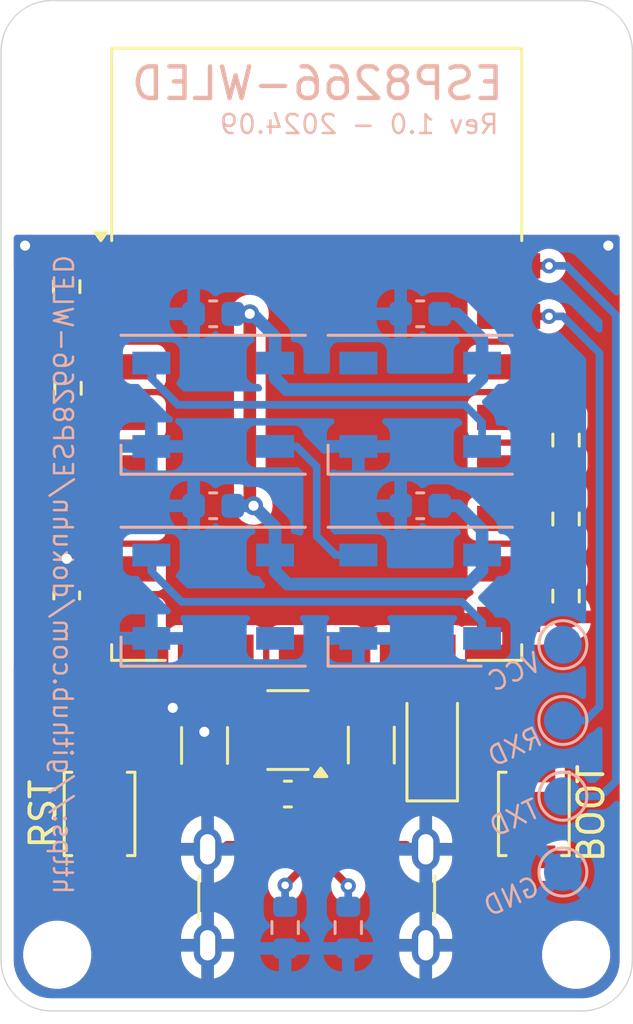
<source format=kicad_pcb>
(kicad_pcb (version 20240108) (generator "pcbnew") (generator_version "8.0")
  (layers (0 "F.Cu" signal) (31 "B.Cu" signal) (34 "B.Paste" user) (35 "F.Paste" user) (36 "B.SilkS" user "B.Silkscreen") (37 "F.SilkS" user "F.Silkscreen") (38 "B.Mask" user) (39 "F.Mask" user) (44 "Edge.Cuts" user))
  (net 0 "")
  (net 1 "+5V")
  (net 3 "Net-(D1-DOUT)")
  (net 4 "Net-(D2-DOUT)")
  (net 5 "Net-(D3-DOUT)")
  (net 6 "Net-(U1-GPIO2)")
  (net 7 "Net-(U1-GPIO15)")
  (net 8 "Net-(U1-GPIO0)")
  (net 9 "Net-(U1-EN)")
  (net 10 "Net-(U1-~{RST})")
  (net 13 "+3V3")
  (net 17 "/RXD")
  (net 18 "GND")
  (net 20 "/TXD")
  (net 29 "Net-(U2-BP)")
  (net 30 "Net-(D5-A)")
  (net 31 "Net-(J1-CC2)")
  (net 32 "Net-(J1-CC1)")
  (footprint "RF_Module:ESP-12E" (layer "F.Cu") (at 142.5 98)
    (property "Reference" "U1" (hide yes))
    (property "Value" "ESP-12F")
    (fp_line (start -8.12 -12.12) (end 8.12 -12.12) (stroke (width 0.12)) (layer "F.SilkS"))
    (fp_line (start -8.12 -4.5) (end -8.12 -12.12) (stroke (width 0.12)) (layer "F.SilkS"))
    (fp_line (start -8.12 12.12) (end -8.12 11.5) (stroke (width 0.12)) (layer "F.SilkS"))
    (fp_line (start -6 12.12) (end -8.12 12.12) (stroke (width 0.12)) (layer "F.SilkS"))
    (fp_line (start 8.12 -12.12) (end 8.12 -4.5) (stroke (width 0.12)) (layer "F.SilkS"))
    (fp_line (start 8.12 11.5) (end 8.12 12.12) (stroke (width 0.12)) (layer "F.SilkS"))
    (fp_line (start 8.12 12.12) (end 6 12.12) (stroke (width 0.12)) (layer "F.SilkS"))
    (fp_poly (pts (xy -8.55 -4.5) (xy -8.79 -4.836) (xy -8.31 -4.836) (xy -8.55 -4.5)) (stroke (width 0.12)) (fill solid) (layer "F.SilkS"))
    (pad "1" smd rect (at -7.6 -3.5) (size 2.5 1) (layers "F.Cu" "F.Paste" "F.Mask") (net 10 "Net-(U1-~{RST})"))
    (pad "2" smd rect (at -7.6 -1.5) (size 2.5 1) (layers "F.Cu" "F.Paste" "F.Mask"))
    (pad "3" smd rect (at -7.6 0.5) (size 2.5 1) (layers "F.Cu" "F.Paste" "F.Mask") (net 9 "Net-(U1-EN)"))
    (pad "4" smd rect (at -7.6 2.5) (size 2.5 1) (layers "F.Cu" "F.Paste" "F.Mask"))
    (pad "5" smd rect (at -7.6 4.5) (size 2.5 1) (layers "F.Cu" "F.Paste" "F.Mask"))
    (pad "6" smd rect (at -7.6 6.5) (size 2.5 1) (layers "F.Cu" "F.Paste" "F.Mask"))
    (pad "7" smd rect (at -7.6 8.5) (size 2.5 1) (layers "F.Cu" "F.Paste" "F.Mask"))
    (pad "8" smd rect (at -7.6 10.5) (size 2.5 1) (layers "F.Cu" "F.Paste" "F.Mask") (net 13 "+3V3"))
    (pad "9" smd rect (at -5 12) (size 1 1.8) (layers "F.Cu" "F.Paste" "F.Mask"))
    (pad "10" smd rect (at -3 12) (size 1 1.8) (layers "F.Cu" "F.Paste" "F.Mask"))
    (pad "11" smd rect (at -1 12) (size 1 1.8) (layers "F.Cu" "F.Paste" "F.Mask"))
    (pad "12" smd rect (at 1 12) (size 1 1.8) (layers "F.Cu" "F.Paste" "F.Mask"))
    (pad "13" smd rect (at 3 12) (size 1 1.8) (layers "F.Cu" "F.Paste" "F.Mask"))
    (pad "14" smd rect (at 5 12) (size 1 1.8) (layers "F.Cu" "F.Paste" "F.Mask"))
    (pad "15" smd rect (at 7.6 10.5) (size 2.5 1) (layers "F.Cu" "F.Paste" "F.Mask") (net 18 "GND"))
    (pad "16" smd rect (at 7.6 8.5) (size 2.5 1) (layers "F.Cu" "F.Paste" "F.Mask") (net 7 "Net-(U1-GPIO15)"))
    (pad "17" smd rect (at 7.6 6.5) (size 2.5 1) (layers "F.Cu" "F.Paste" "F.Mask") (net 6 "Net-(U1-GPIO2)"))
    (pad "18" smd rect (at 7.6 4.5) (size 2.5 1) (layers "F.Cu" "F.Paste" "F.Mask") (net 8 "Net-(U1-GPIO0)"))
    (pad "19" smd rect (at 7.6 2.5) (size 2.5 1) (layers "F.Cu" "F.Paste" "F.Mask"))
    (pad "20" smd rect (at 7.6 0.5) (size 2.5 1) (layers "F.Cu" "F.Paste" "F.Mask"))
    (pad "21" smd rect (at 7.6 -1.5) (size 2.5 1) (layers "F.Cu" "F.Paste" "F.Mask") (net 17 "/RXD"))
    (pad "22" smd rect (at 7.6 -3.5) (size 2.5 1) (layers "F.Cu" "F.Paste" "F.Mask") (net 20 "/TXD"))
    (zone (net 0) (net_name "") (layers "*.Cu") (connect_pads (clearance 0)) (min_thickness 0.254)
      (keepout (tracks not_allowed) (vias not_allowed) (pads not_allowed) (copperpour not_allowed) (footprints not_allowed))
      (fill (thermal_gap 0.508) (thermal_bridge_width 0.508))
      (polygon (pts (xy 134.38 93.2) (xy 150.62 93.2) (xy 150.62 85.88) (xy 134.38 85.88)))
    )
  )
  (footprint "MountingHole:MountingHole_2.2mm_M2_DIN965" (layer "F.Cu") (at 132.225 86.225)
    (property "Reference" "REF**" (hide yes))
    (property "Value" "MountingHole_2.2mm_M2_DIN965" (hide yes))
    (pad "" np_thru_hole circle (at 0 0) (size 2.2 2.2) (drill 2.2) (layers "F&B.Cu" "*.Mask"))
  )
  (footprint "MountingHole:MountingHole_2.2mm_M2_DIN965" (layer "F.Cu") (at 152.775 121.775)
    (property "Reference" "REF**" (hide yes))
    (property "Value" "MountingHole_2.2mm_M2_DIN965" (hide yes))
    (pad "" np_thru_hole circle (at 0 0) (size 2.2 2.2) (drill 2.2) (layers "*.Cu" "*.Mask"))
  )
  (footprint "MountingHole:MountingHole_2.2mm_M2_DIN965" (layer "F.Cu") (at 152.775 86.225)
    (property "Reference" "REF**" (hide yes))
    (property "Value" "MountingHole_2.2mm_M2_DIN965" (hide yes))
    (pad "" np_thru_hole circle (at 0 0) (size 2.2 2.2) (drill 2.2) (layers "F&B.Cu" "*.Mask"))
  )
  (footprint "Diode_SMD:D_SOD-123F" (layer "F.Cu") (at 147.075 113.475 90)
    (property "Reference" "D5" (hide yes))
    (property "Value" "MBR120VLSFT1G" (hide yes))
    (fp_line (start -2.21 -1) (end 1.65 -1) (stroke (width 0.12)) (layer "F.SilkS"))
    (fp_line (start -2.21 -1) (end -2.21 1) (stroke (width 0.12)) (layer "F.SilkS"))
    (fp_line (start -2.21 1) (end 1.65 1) (stroke (width 0.12)) (layer "F.SilkS"))
    (pad "1" smd roundrect (at -1.4 0 90) (size 1.1 1.1) (layers "F.Cu" "F.Paste" "F.Mask") (roundrect_rratio 0.2272727273) (net 1 "+5V"))
    (pad "2" smd roundrect (at 1.4 0 90) (size 1.1 1.1) (layers "F.Cu" "F.Paste" "F.Mask") (roundrect_rratio 0.2272727273) (net 30 "Net-(D5-A)"))
  )
  (footprint "Capacitor_SMD:C_1206_3216Metric" (layer "F.Cu") (at 138.058 113.4891 90)
    (property "Reference" "C7" (hide yes))
    (property "Value" "10u" (hide yes))
    (fp_line (start -0.711252 -0.91) (end 0.711252 -0.91) (stroke (width 0.12)) (layer "F.SilkS"))
    (fp_line (start -0.711252 0.91) (end 0.711252 0.91) (stroke (width 0.12)) (layer "F.SilkS"))
    (pad "1" smd roundrect (at -1.475 0 90) (size 1.15 1.8) (layers "F.Cu" "F.Paste" "F.Mask") (roundrect_rratio 0.217391) (net 13 "+3V3"))
    (pad "2" smd roundrect (at 1.475 0 90) (size 1.15 1.8) (layers "F.Cu" "F.Paste" "F.Mask") (roundrect_rratio 0.217391) (net 18 "GND"))
  )
  (footprint "Button_Switch_SMD:SW_SPST_B3U-1000P" (layer "F.Cu") (at 133.9 116.2 90)
    (property "Reference" "SW2" (hide yes))
    (property "Value" "SW_Push" (hide yes))
    (fp_line (start 1.65 -1.4) (end 1.65 -1.1) (stroke (width 0.12)) (layer "F.SilkS"))
    (fp_line (start -1.65 -1.4) (end 1.65 -1.4) (stroke (width 0.12)) (layer "F.SilkS"))
    (fp_line (start -1.65 -1.1) (end -1.65 -1.4) (stroke (width 0.12)) (layer "F.SilkS"))
    (fp_line (start -1.65 1.1) (end -1.65 1.4) (stroke (width 0.12)) (layer "F.SilkS"))
    (fp_line (start 1.65 1.4) (end 1.65 1.1) (stroke (width 0.12)) (layer "F.SilkS"))
    (fp_line (start -1.65 1.4) (end 1.65 1.4) (stroke (width 0.12)) (layer "F.SilkS"))
    (pad "1" smd rect (at -1.7 0 90) (size 0.9 1.7) (layers "F.Cu" "F.Paste" "F.Mask") (net 18 "GND"))
    (pad "2" smd rect (at 1.7 0 90) (size 0.9 1.7) (layers "F.Cu" "F.Paste" "F.Mask") (net 10 "Net-(U1-~{RST})"))
  )
  (footprint "Resistor_SMD:R_0603_1608Metric" (layer "F.Cu") (at 132.65 99.35 90)
    (property "Reference" "R2" (hide yes))
    (property "Value" "10K" (hide yes))
    (fp_line (start -0.237258 -0.5225) (end 0.237258 -0.5225) (stroke (width 0.12)) (layer "F.SilkS"))
    (fp_line (start -0.237258 0.5225) (end 0.237258 0.5225) (stroke (width 0.12)) (layer "F.SilkS"))
    (pad "1" smd roundrect (at -0.825 0 90) (size 0.8 0.95) (layers "F.Cu" "F.Paste" "F.Mask") (net 13 "+3V3"))
    (pad "2" smd roundrect (at 0.825 0 90) (size 0.8 0.95) (layers "F.Cu" "F.Paste" "F.Mask") (net 9 "Net-(U1-EN)"))
  )
  (footprint "Resistor_SMD:R_0603_1608Metric" (layer "F.Cu") (at 152.375 107.575 -90)
    (property "Reference" "R5" (hide yes))
    (property "Value" "10K" (hide yes))
    (fp_line (start -0.237258 0.5225) (end 0.237258 0.5225) (stroke (width 0.12)) (layer "F.SilkS"))
    (fp_line (start -0.237258 -0.5225) (end 0.237258 -0.5225) (stroke (width 0.12)) (layer "F.SilkS"))
    (pad "1" smd roundrect (at -0.825 0 270) (size 0.8 0.95) (layers "F.Cu" "F.Paste" "F.Mask") (net 7 "Net-(U1-GPIO15)"))
    (pad "2" smd roundrect (at 0.825 0 270) (size 0.8 0.95) (layers "F.Cu" "F.Paste" "F.Mask") (net 18 "GND"))
  )
  (footprint "Capacitor_SMD:C_0603_1608Metric" (layer "F.Cu") (at 132.6 107.55 90)
    (property "Reference" "C1" (hide yes))
    (property "Value" "100nF" (hide yes))
    (fp_line (start -0.14058 -0.51) (end 0.14058 -0.51) (stroke (width 0.12)) (layer "F.SilkS"))
    (fp_line (start -0.14058 0.51) (end 0.14058 0.51) (stroke (width 0.12)) (layer "F.SilkS"))
    (pad "1" smd roundrect (at -0.775 0 90) (size 0.9 0.95) (layers "F.Cu" "F.Paste" "F.Mask") (net 13 "+3V3"))
    (pad "2" smd roundrect (at 0.775 0 90) (size 0.9 0.95) (layers "F.Cu" "F.Paste" "F.Mask") (net 18 "GND"))
  )
  (footprint "Button_Switch_SMD:SW_SPST_B3U-1000P" (layer "F.Cu") (at 151.1 116.2 90)
    (property "Reference" "SW1" (hide yes))
    (property "Value" "SW_Push" (hide yes))
    (fp_line (start 1.65 -1.4) (end 1.65 -1.1) (stroke (width 0.12)) (layer "F.SilkS"))
    (fp_line (start -1.65 -1.4) (end 1.65 -1.4) (stroke (width 0.12)) (layer "F.SilkS"))
    (fp_line (start -1.65 -1.1) (end -1.65 -1.4) (stroke (width 0.12)) (layer "F.SilkS"))
    (fp_line (start -1.65 1.1) (end -1.65 1.4) (stroke (width 0.12)) (layer "F.SilkS"))
    (fp_line (start 1.65 1.4) (end 1.65 1.1) (stroke (width 0.12)) (layer "F.SilkS"))
    (fp_line (start -1.65 1.4) (end 1.65 1.4) (stroke (width 0.12)) (layer "F.SilkS"))
    (pad "1" smd rect (at -1.7 0 90) (size 0.9 1.7) (layers "F.Cu" "F.Paste" "F.Mask") (net 18 "GND"))
    (pad "2" smd rect (at 1.7 0 90) (size 0.9 1.7) (layers "F.Cu" "F.Paste" "F.Mask") (net 8 "Net-(U1-GPIO0)"))
  )
  (footprint "MountingHole:MountingHole_2.2mm_M2_DIN965" (layer "F.Cu") (at 132.225 121.775)
    (property "Reference" "REF**" (hide yes))
    (property "Value" "MountingHole_2.2mm_M2_DIN965" (hide yes))
    (pad "" np_thru_hole circle (at 0 0) (size 2.2 2.2) (drill 2.2) (layers "F&B.Cu" "*.Mask"))
  )
  (footprint "Resistor_SMD:R_0603_1608Metric" (layer "F.Cu") (at 152.375 104.525 90)
    (property "Reference" "R4" (hide yes))
    (property "Value" "10K" (hide yes))
    (fp_line (start -0.237258 -0.5225) (end 0.237258 -0.5225) (stroke (width 0.12)) (layer "F.SilkS"))
    (fp_line (start -0.237258 0.5225) (end 0.237258 0.5225) (stroke (width 0.12)) (layer "F.SilkS"))
    (pad "1" smd roundrect (at -0.825 0 90) (size 0.8 0.95) (layers "F.Cu" "F.Paste" "F.Mask") (net 13 "+3V3"))
    (pad "2" smd roundrect (at 0.825 0 90) (size 0.8 0.95) (layers "F.Cu" "F.Paste" "F.Mask") (net 6 "Net-(U1-GPIO2)"))
  )
  (footprint "Resistor_SMD:R_0603_1608Metric" (layer "F.Cu") (at 132.6 95.325 90)
    (property "Reference" "R1" (hide yes))
    (property "Value" "10K" (hide yes))
    (fp_line (start -0.237258 -0.5225) (end 0.237258 -0.5225) (stroke (width 0.12)) (layer "F.SilkS"))
    (fp_line (start -0.237258 0.5225) (end 0.237258 0.5225) (stroke (width 0.12)) (layer "F.SilkS"))
    (pad "1" smd roundrect (at -0.825 0 90) (size 0.8 0.95) (layers "F.Cu" "F.Paste" "F.Mask") (net 13 "+3V3"))
    (pad "2" smd roundrect (at 0.825 0 90) (size 0.8 0.95) (layers "F.Cu" "F.Paste" "F.Mask") (net 10 "Net-(U1-~{RST})"))
  )
  (footprint "Package_TO_SOT_SMD:SOT-23-5" (layer "F.Cu") (at 141.36 112.8795 180)
    (property "Reference" "U2" (hide yes))
    (property "Value" "MIC5219-3.3YM5" (hide yes))
    (fp_line (start 0 1.56) (end 0.8 1.56) (stroke (width 0.12)) (layer "F.SilkS"))
    (fp_line (start 0 1.56) (end -0.8 1.56) (stroke (width 0.12)) (layer "F.SilkS"))
    (fp_line (start 0 -1.56) (end 0.8 -1.56) (stroke (width 0.12)) (layer "F.SilkS"))
    (fp_line (start 0 -1.56) (end -0.8 -1.56) (stroke (width 0.12)) (layer "F.SilkS"))
    (fp_poly (pts (xy -1.3 -1.51) (xy -1.54 -1.84) (xy -1.06 -1.84) (xy -1.3 -1.51)) (stroke (width 0.12)) (fill solid) (layer "F.SilkS"))
    (pad "1" smd roundrect (at -1.1375 -0.95 180) (size 1.325 0.6) (layers "F.Cu" "F.Paste" "F.Mask") (net 1 "+5V"))
    (pad "2" smd roundrect (at -1.1375 0 180) (size 1.325 0.6) (layers "F.Cu" "F.Paste" "F.Mask") (net 18 "GND"))
    (pad "3" smd roundrect (at -1.1375 0.95 180) (size 1.325 0.6) (layers "F.Cu" "F.Paste" "F.Mask") (net 1 "+5V"))
    (pad "4" smd roundrect (at 1.1375 0.95 180) (size 1.325 0.6) (layers "F.Cu" "F.Paste" "F.Mask") (net 29 "Net-(U2-BP)"))
    (pad "5" smd roundrect (at 1.1375 -0.95 180) (size 1.325 0.6) (layers "F.Cu" "F.Paste" "F.Mask") (net 13 "+3V3"))
  )
  (footprint "Capacitor_SMD:C_1206_3216Metric" (layer "F.Cu") (at 144.662 113.475 90)
    (property "Reference" "C6" (hide yes))
    (property "Value" "10u" (hide yes))
    (fp_line (start -0.711252 -0.91) (end 0.711252 -0.91) (stroke (width 0.12)) (layer "F.SilkS"))
    (fp_line (start -0.711252 0.91) (end 0.711252 0.91) (stroke (width 0.12)) (layer "F.SilkS"))
    (pad "1" smd roundrect (at -1.475 0 90) (size 1.15 1.8) (layers "F.Cu" "F.Paste" "F.Mask") (roundrect_rratio 0.217391) (net 1 "+5V"))
    (pad "2" smd roundrect (at 1.475 0 90) (size 1.15 1.8) (layers "F.Cu" "F.Paste" "F.Mask") (roundrect_rratio 0.217391) (net 18 "GND"))
  )
  (footprint "Capacitor_SMD:C_0603_1608Metric" (layer "F.Cu") (at 141.358 115.4141)
    (property "Reference" "C8" (hide yes))
    (property "Value" "470pF" (hide yes))
    (fp_line (start -0.14058 -0.51) (end 0.14058 -0.51) (stroke (width 0.12)) (layer "F.SilkS"))
    (fp_line (start -0.14058 0.51) (end 0.14058 0.51) (stroke (width 0.12)) (layer "F.SilkS"))
    (pad "1" smd roundrect (at -0.775 0) (size 0.9 0.95) (layers "F.Cu" "F.Paste" "F.Mask") (net 29 "Net-(U2-BP)"))
    (pad "2" smd roundrect (at 0.775 0) (size 0.9 0.95) (layers "F.Cu" "F.Paste" "F.Mask") (net 18 "GND"))
  )
  (footprint "Connector_USB:USB_C_Receptacle_GCT_USB4125-xx-x-0190_6P_TopMnt_Horizontal" (layer "F.Cu") (at 142.5 120.6)
    (property "Reference" "J1" (hide yes))
    (property "Value" "USB_C_Receptacle_USB2.0_14P" (hide yes))
    (fp_line (start -4.67 -0.25) (end -4.67 -1.95) (stroke (width 0.12)) (layer "F.SilkS"))
    (fp_line (start 4.67 -0.25) (end 4.67 -1.95) (stroke (width 0.12)) (layer "F.SilkS"))
    (pad "A5" smd roundrect (at -0.5 -3.08) (size 0.7 1.2) (layers "F.Cu" "F.Paste" "F.Mask") (net 32 "Net-(J1-CC1)"))
    (pad "A9" smd roundrect (at 1.52 -3.08 180) (size 0.76 1.2) (layers "F.Cu" "F.Paste" "F.Mask") (net 30 "Net-(D5-A)"))
    (pad "A12" smd roundrect (at 2.75 -3.08 180) (size 0.8 1.2) (layers "F.Cu" "F.Paste" "F.Mask") (net 18 "GND"))
    (pad "B5" smd roundrect (at 0.5 -3.08 180) (size 0.7 1.2) (layers "F.Cu" "F.Paste" "F.Mask") (net 31 "Net-(J1-CC2)"))
    (pad "B9" smd roundrect (at -1.52 -3.08) (size 0.76 1.2) (layers "F.Cu" "F.Paste" "F.Mask") (net 30 "Net-(D5-A)"))
    (pad "B12" smd roundrect (at -2.75 -3.08) (size 0.8 1.2) (layers "F.Cu" "F.Paste" "F.Mask") (net 18 "GND"))
    (pad "S1" thru_hole oval (at -4.32 -3) (size 1.1 1.7) (drill oval 0.6 1.2) (layers "*.Cu" "*.Mask" "F.Paste") (net 18 "GND"))
    (pad "S1" thru_hole oval (at -4.32 0.8) (size 1.1 1.7) (drill oval 0.6 1.2) (layers "*.Cu" "*.Mask" "F.Paste") (net 18 "GND"))
    (pad "S1" thru_hole oval (at 4.32 -3) (size 1.1 1.7) (drill oval 0.6 1.2) (layers "*.Cu" "*.Mask" "F.Paste") (net 18 "GND"))
    (pad "S1" thru_hole oval (at 4.32 0.8) (size 1.1 1.7) (drill oval 0.6 1.2) (layers "*.Cu" "*.Mask" "F.Paste") (net 18 "GND"))
  )
  (footprint "Resistor_SMD:R_0603_1608Metric" (layer "F.Cu") (at 152.375 101.4 -90)
    (property "Reference" "R3" (hide yes))
    (property "Value" "10K" (hide yes))
    (fp_line (start -0.237258 0.5225) (end 0.237258 0.5225) (stroke (width 0.12)) (layer "F.SilkS"))
    (fp_line (start -0.237258 -0.5225) (end 0.237258 -0.5225) (stroke (width 0.12)) (layer "F.SilkS"))
    (pad "1" smd roundrect (at -0.825 0 270) (size 0.8 0.95) (layers "F.Cu" "F.Paste" "F.Mask") (net 13 "+3V3"))
    (pad "2" smd roundrect (at 0.825 0 270) (size 0.8 0.95) (layers "F.Cu" "F.Paste" "F.Mask") (net 8 "Net-(U1-GPIO0)"))
  )
  (footprint "TestPoint:TestPoint_Pad_D1.5mm" (layer "B.Cu") (at 152.25 115.5 180)
    (property "Reference" "J4" (hide yes))
    (property "Value" "Conn_01x01_Socket" (hide yes))
    (fp_circle (center 0 0) (end 0 -0.95) (stroke (width 0.12)) (fill none) (layer "B.SilkS"))
    (pad "1" smd circle (at 0 0 180) (size 1.5 1.5) (layers "B.Cu" "B.Mask") (net 20 "/TXD"))
  )
  (footprint "LED_SMD:LED_WS2812B_PLCC4_5.0x5.0mm_P3.2mm" (layer "B.Cu") (at 146.6 107.6 180)
    (property "Reference" "D3" (hide yes))
    (property "Value" "WS2812B" (hide yes))
    (fp_line (start 3.65 2.75) (end -3.65 2.75) (stroke (width 0.12)) (layer "B.SilkS"))
    (fp_line (start 3.65 -1.6) (end 3.65 -2.75) (stroke (width 0.12)) (layer "B.SilkS"))
    (fp_line (start 3.65 -2.75) (end -2.413 -2.75) (stroke (width 0.12)) (layer "B.SilkS"))
    (pad "1" smd rect (at -2.45 1.65 180) (size 1.5 0.9) (layers "B.Cu" "B.Paste" "B.Mask") (net 1 "+5V"))
    (pad "2" smd rect (at -2.45 -1.65 180) (size 1.5 0.9) (layers "B.Cu" "B.Paste" "B.Mask") (net 5 "Net-(D3-DOUT)"))
    (pad "3" smd rect (at 2.45 -1.65 180) (size 1.5 0.9) (layers "B.Cu" "B.Paste" "B.Mask") (net 18 "GND"))
    (pad "4" smd rect (at 2.45 1.65 180) (size 1.5 0.9) (layers "B.Cu" "B.Paste" "B.Mask") (net 4 "Net-(D2-DOUT)"))
  )
  (footprint "TestPoint:TestPoint_Pad_D1.5mm" (layer "B.Cu") (at 152.25 109.5 180)
    (property "Reference" "J2" (hide yes))
    (property "Value" "Conn_01x01_Socket" (hide yes))
    (fp_circle (center 0 0) (end 0 -0.95) (stroke (width 0.12)) (fill none) (layer "B.SilkS"))
    (pad "1" smd circle (at 0 0 180) (size 1.5 1.5) (layers "B.Cu" "B.Mask") (net 13 "+3V3"))
  )
  (footprint "TestPoint:TestPoint_Pad_D1.5mm" (layer "B.Cu") (at 152.25 112.5 180)
    (property "Reference" "J3" (hide yes))
    (property "Value" "Conn_01x01_Socket" (hide yes))
    (fp_circle (center 0 0) (end 0 -0.95) (stroke (width 0.12)) (fill none) (layer "B.SilkS"))
    (pad "1" smd circle (at 0 0 180) (size 1.5 1.5) (layers "B.Cu" "B.Mask") (net 17 "/RXD"))
  )
  (footprint "Capacitor_SMD:C_0603_1608Metric" (layer "B.Cu") (at 146.6 104 180)
    (property "Reference" "C3" (hide yes))
    (property "Value" "100nF" (hide yes))
    (fp_line (start 0.14058 0.51) (end -0.14058 0.51) (stroke (width 0.12)) (layer "B.SilkS"))
    (fp_line (start 0.14058 -0.51) (end -0.14058 -0.51) (stroke (width 0.12)) (layer "B.SilkS"))
    (pad "1" smd roundrect (at -0.775 0 180) (size 0.9 0.95) (layers "B.Cu" "B.Paste" "B.Mask") (net 1 "+5V"))
    (pad "2" smd roundrect (at 0.775 0 180) (size 0.9 0.95) (layers "B.Cu" "B.Paste" "B.Mask") (net 18 "GND"))
  )
  (footprint "Resistor_SMD:R_0603_1608Metric" (layer "B.Cu") (at 141.25 120.7 -90)
    (property "Reference" "R6" (hide yes))
    (property "Value" "5k1" (hide yes))
    (fp_line (start 0.237258 0.5225) (end -0.237258 0.5225) (stroke (width 0.12)) (layer "B.SilkS"))
    (fp_line (start 0.237258 -0.5225) (end -0.237258 -0.5225) (stroke (width 0.12)) (layer "B.SilkS"))
    (pad "1" smd roundrect (at -0.825 0 270) (size 0.8 0.95) (layers "B.Cu" "B.Paste" "B.Mask") (net 32 "Net-(J1-CC1)"))
    (pad "2" smd roundrect (at 0.825 0 270) (size 0.8 0.95) (layers "B.Cu" "B.Paste" "B.Mask") (net 18 "GND"))
  )
  (footprint "LED_SMD:LED_WS2812B_PLCC4_5.0x5.0mm_P3.2mm" (layer "B.Cu") (at 138.4 100 180)
    (property "Reference" "D2" (hide yes))
    (property "Value" "WS2812B" (hide yes))
    (fp_line (start 3.65 2.75) (end -3.65 2.75) (stroke (width 0.12)) (layer "B.SilkS"))
    (fp_line (start 3.65 -1.6) (end 3.65 -2.75) (stroke (width 0.12)) (layer "B.SilkS"))
    (fp_line (start 3.65 -2.75) (end -3.65 -2.75) (stroke (width 0.12)) (layer "B.SilkS"))
    (pad "1" smd rect (at -2.450001 1.65 180) (size 1.5 0.9) (layers "B.Cu" "B.Paste" "B.Mask") (net 1 "+5V"))
    (pad "2" smd rect (at -2.45 -1.65 180) (size 1.5 0.9) (layers "B.Cu" "B.Paste" "B.Mask") (net 4 "Net-(D2-DOUT)"))
    (pad "3" smd rect (at 2.450001 -1.65 180) (size 1.5 0.9) (layers "B.Cu" "B.Paste" "B.Mask") (net 18 "GND"))
    (pad "4" smd rect (at 2.45 1.65 180) (size 1.5 0.9) (layers "B.Cu" "B.Paste" "B.Mask") (net 3 "Net-(D1-DOUT)"))
  )
  (footprint "LED_SMD:LED_WS2812B_PLCC4_5.0x5.0mm_P3.2mm" (layer "B.Cu") (at 146.6 100 180)
    (property "Reference" "D1" (hide yes))
    (property "Value" "WS2812B" (hide yes))
    (fp_line (start 3.65 2.75) (end -3.65 2.75) (stroke (width 0.12)) (layer "B.SilkS"))
    (fp_line (start 3.65 -1.6) (end 3.65 -2.75) (stroke (width 0.12)) (layer "B.SilkS"))
    (fp_line (start 3.65 -2.75) (end -3.65 -2.75) (stroke (width 0.12)) (layer "B.SilkS"))
    (pad "1" smd rect (at -2.45 1.65 180) (size 1.5 0.9) (layers "B.Cu" "B.Paste" "B.Mask") (net 1 "+5V"))
    (pad "2" smd rect (at -2.45 -1.65 180) (size 1.5 0.9) (layers "B.Cu" "B.Paste" "B.Mask") (net 3 "Net-(D1-DOUT)"))
    (pad "3" smd rect (at 2.45 -1.65 180) (size 1.5 0.9) (layers "B.Cu" "B.Paste" "B.Mask") (net 18 "GND"))
    (pad "4" smd rect (at 2.45 1.65 180) (size 1.5 0.9) (layers "B.Cu" "B.Paste" "B.Mask"))
  )
  (footprint "LED_SMD:LED_WS2812B_PLCC4_5.0x5.0mm_P3.2mm" (layer "B.Cu") (at 138.4 107.6 180)
    (property "Reference" "D4" (hide yes))
    (property "Value" "WS2812B" (hide yes))
    (fp_line (start 3.65 2.75) (end -3.65 2.75) (stroke (width 0.12)) (layer "B.SilkS"))
    (fp_line (start 3.65 -1.6) (end 3.65 -2.75) (stroke (width 0.12)) (layer "B.SilkS"))
    (fp_line (start 3.65 -2.75) (end -3.65 -2.75) (stroke (width 0.12)) (layer "B.SilkS"))
    (pad "1" smd rect (at -2.45 1.65 180) (size 1.5 0.9) (layers "B.Cu" "B.Paste" "B.Mask") (net 1 "+5V"))
    (pad "2" smd rect (at -2.45 -1.65 180) (size 1.5 0.9) (layers "B.Cu" "B.Paste" "B.Mask"))
    (pad "3" smd rect (at 2.45 -1.65 180) (size 1.5 0.9) (layers "B.Cu" "B.Paste" "B.Mask") (net 18 "GND"))
    (pad "4" smd rect (at 2.45 1.65 180) (size 1.5 0.9) (layers "B.Cu" "B.Paste" "B.Mask") (net 5 "Net-(D3-DOUT)"))
  )
  (footprint "TestPoint:TestPoint_Pad_D1.5mm" (layer "B.Cu") (at 152.25 118.5 180)
    (property "Reference" "J5" (hide yes))
    (property "Value" "Conn_01x01_Socket" (hide yes))
    (fp_circle (center 0 0) (end 0 -0.95) (stroke (width 0.12)) (fill none) (layer "B.SilkS"))
    (pad "1" smd circle (at 0 0 180) (size 1.5 1.5) (layers "B.Cu" "B.Mask") (net 18 "GND"))
  )
  (footprint "Capacitor_SMD:C_0603_1608Metric" (layer "B.Cu") (at 138.4 96.4 180)
    (property "Reference" "C5" (hide yes))
    (property "Value" "100nF" (hide yes))
    (fp_line (start 0.14058 0.51) (end -0.14058 0.51) (stroke (width 0.12)) (layer "B.SilkS"))
    (fp_line (start 0.14058 -0.51) (end -0.14058 -0.51) (stroke (width 0.12)) (layer "B.SilkS"))
    (pad "1" smd roundrect (at -0.775 0 180) (size 0.9 0.95) (layers "B.Cu" "B.Paste" "B.Mask") (net 1 "+5V"))
    (pad "2" smd roundrect (at 0.775 0 180) (size 0.9 0.95) (layers "B.Cu" "B.Paste" "B.Mask") (net 18 "GND"))
  )
  (footprint "Capacitor_SMD:C_0603_1608Metric" (layer "B.Cu") (at 146.6 96.4 180)
    (property "Reference" "C2" (hide yes))
    (property "Value" "100nF" (hide yes))
    (fp_line (start 0.14058 0.51) (end -0.14058 0.51) (stroke (width 0.12)) (layer "B.SilkS"))
    (fp_line (start 0.14058 -0.51) (end -0.14058 -0.51) (stroke (width 0.12)) (layer "B.SilkS"))
    (pad "1" smd roundrect (at -0.775 0 180) (size 0.9 0.95) (layers "B.Cu" "B.Paste" "B.Mask") (net 1 "+5V"))
    (pad "2" smd roundrect (at 0.775 0 180) (size 0.9 0.95) (layers "B.Cu" "B.Paste" "B.Mask") (net 18 "GND"))
  )
  (footprint "Resistor_SMD:R_0603_1608Metric" (layer "B.Cu") (at 143.75 120.7 -90)
    (property "Reference" "R7" (hide yes))
    (property "Value" "5k1" (hide yes))
    (fp_line (start 0.237258 0.5225) (end -0.237258 0.5225) (stroke (width 0.12)) (layer "B.SilkS"))
    (fp_line (start 0.237258 -0.5225) (end -0.237258 -0.5225) (stroke (width 0.12)) (layer "B.SilkS"))
    (pad "1" smd roundrect (at -0.825 0 270) (size 0.8 0.95) (layers "B.Cu" "B.Paste" "B.Mask") (net 31 "Net-(J1-CC2)"))
    (pad "2" smd roundrect (at 0.825 0 270) (size 0.8 0.95) (layers "B.Cu" "B.Paste" "B.Mask") (net 18 "GND"))
  )
  (footprint "Capacitor_SMD:C_0603_1608Metric" (layer "B.Cu") (at 138.4 104 180)
    (property "Reference" "C4" (hide yes))
    (property "Value" "100nF" (hide yes))
    (fp_line (start 0.14058 0.51) (end -0.14058 0.51) (stroke (width 0.12)) (layer "B.SilkS"))
    (fp_line (start 0.14058 -0.51) (end -0.14058 -0.51) (stroke (width 0.12)) (layer "B.SilkS"))
    (pad "1" smd roundrect (at -0.775 0 180) (size 0.9 0.95) (layers "B.Cu" "B.Paste" "B.Mask") (net 1 "+5V"))
    (pad "2" smd roundrect (at 0.775 0 180) (size 0.9 0.95) (layers "B.Cu" "B.Paste" "B.Mask") (net 18 "GND"))
  )
  (gr_line (start 155 86) (end 155 122) (stroke (width 0.05)) (layer "Edge.Cuts"))
  (gr_arc (start 153 84) (mid 154.414214 84.585786) (end 155 86) (stroke (width 0.05)) (layer "Edge.Cuts"))
  (gr_arc (start 130 86) (mid 130.585786 84.585786) (end 132 84) (stroke (width 0.05)) (layer "Edge.Cuts"))
  (gr_line (start 130 122) (end 130 86) (stroke (width 0.05)) (layer "Edge.Cuts"))
  (gr_arc (start 155 122) (mid 154.414214 123.414214) (end 153 124) (stroke (width 0.05)) (layer "Edge.Cuts"))
  (gr_line (start 153 124) (end 132 124) (stroke (width 0.05)) (layer "Edge.Cuts"))
  (gr_arc (start 132 124) (mid 130.585786 123.414214) (end 130 122) (stroke (width 0.05)) (layer "Edge.Cuts"))
  (gr_line (start 132 84) (end 153 84) (stroke (width 0.05)) (layer "Edge.Cuts"))
  (gr_text "Rev 1.0 - 2024.09" (at 149.7698 89.3362 0) (layer "B.SilkS") (effects (font (size 0.75 0.75) (thickness 0.1)) (justify left bottom mirror)))
  (gr_text "TXD" (at 151.5 116.3 25) (layer "B.SilkS") (effects (font (size 0.75 0.75) (thickness 0.1)) (justify left bottom mirror)))
  (gr_text "https://github.com/dokuhn/ESP8266-WLED" (at 132 119.45 270) (layer "B.SilkS") (effects (font (size 0.75 0.75) (thickness 0.1)) (justify left bottom mirror)))
  (gr_text "ESP8266-WLED" (at 142.5308 88.0154 0) (layer "B.SilkS") (effects (font (size 1.25 1.25) (thickness 0.175)) (justify bottom mirror)))
  (gr_text "VCC" (at 151.55 110.5 25) (layer "B.SilkS") (effects (font (size 0.75 0.75) (thickness 0.1)) (justify left bottom mirror)))
  (gr_text "GND" (at 151.5 119.35 25) (layer "B.SilkS") (effects (font (size 0.75 0.75) (thickness 0.1)) (justify left bottom mirror)))
  (gr_text "RXD" (at 151.6 113.45 25) (layer "B.SilkS") (effects (font (size 0.75 0.75) (thickness 0.1)) (justify left bottom mirror)))
  (gr_text "RST" (at 132.25 116.2 90) (layer "F.SilkS") (effects (font (size 1 1)) (justify bottom)))
  (gr_text "BOOT" (at 153.95 118.2 90) (layer "F.SilkS") (effects (font (size 1 1)) (justify left bottom)))
  (segment (start 139.85 103.85) (end 139.85 96.4) (width 0.5) (layer "F.Cu") (net 1))
  (segment (start 140 104) (end 139.85 103.85) (width 0.5) (layer "F.Cu") (net 1))
  (segment (start 144.737 114.875) (end 144.662 114.95) (width 0.5) (layer "F.Cu") (net 1))
  (segment (start 142.4975 113.8295) (end 144.2295 113.8295) (width 0.5) (layer "F.Cu") (net 1))
  (segment (start 147.075 114.875) (end 144.737 114.875) (width 0.5) (layer "F.Cu") (net 1))
  (segment (start 144.662 114.262) (end 144.662 114.95) (width 0.5) (layer "F.Cu") (net 1))
  (segment (start 144.2295 113.8295) (end 144.662 114.262) (width 0.5) (layer "F.Cu") (net 1))
  (via (at 139.85 96.4) (size 0.75) (drill 0.4) (layers "F.Cu" "B.Cu") (net 1))
  (via (at 140 104) (size 0.75) (drill 0.4) (layers "F.Cu" "B.Cu") (net 1))
  (segment (start 149.05 104.95) (end 149.05 105.95) (width 0.5) (layer "B.Cu") (net 1))
  (segment (start 140.850001 97.300001) (end 140.850001 98.35) (width 0.5) (layer "B.Cu") (net 1))
  (segment (start 140.85 104.85) (end 140.85 105.95) (width 0.5) (layer "B.Cu") (net 1))
  (segment (start 149.05 105.95) (end 149.05 106.55) (width 0.5) (layer "B.Cu") (net 1))
  (segment (start 139.175 104) (end 140 104) (width 0.5) (layer "B.Cu") (net 1))
  (segment (start 141.35 107.1) (end 140.85 106.6) (width 0.5) (layer "B.Cu") (net 1))
  (segment (start 148.1 104) (end 149.05 104.95) (width 0.5) (layer "B.Cu") (net 1))
  (segment (start 148.5 107.1) (end 141.35 107.1) (width 0.5) (layer "B.Cu") (net 1))
  (segment (start 139.95 96.4) (end 140.850001 97.300001) (width 0.5) (layer "B.Cu") (net 1))
  (segment (start 140.850001 98.950001) (end 140.850001 98.35) (width 0.5) (layer "B.Cu") (net 1))
  (segment (start 147.375 104) (end 148.1 104) (width 0.5) (layer "B.Cu") (net 1))
  (segment (start 141.3 99.4) (end 140.850001 98.950001) (width 0.5) (layer "B.Cu") (net 1))
  (segment (start 149.05 98.35) (end 149.05 98.95) (width 0.5) (layer "B.Cu") (net 1))
  (segment (start 149.05 106.55) (end 148.5 107.1) (width 0.5) (layer "B.Cu") (net 1))
  (segment (start 149.05 98.95) (end 148.6 99.4) (width 0.5) (layer "B.Cu") (net 1))
  (segment (start 140 104) (end 140.85 104.85) (width 0.5) (layer "B.Cu") (net 1))
  (segment (start 148.6 99.4) (end 141.3 99.4) (width 0.5) (layer "B.Cu") (net 1))
  (segment (start 147.375 96.4) (end 148.05 96.4) (width 0.5) (layer "B.Cu") (net 1))
  (segment (start 148.05 96.4) (end 149.05 97.4) (width 0.5) (layer "B.Cu") (net 1))
  (segment (start 139.85 96.4) (end 139.95 96.4) (width 0.5) (layer "B.Cu") (net 1))
  (segment (start 140.85 106.6) (end 140.85 105.95) (width 0.5) (layer "B.Cu") (net 1))
  (segment (start 139.175 96.4) (end 139.85 96.4) (width 0.5) (layer "B.Cu") (net 1))
  (segment (start 149.05 97.4) (end 149.05 98.35) (width 0.5) (layer "B.Cu") (net 1))
  (segment (start 135.95 98.95) (end 135.95 98.35) (width 0.3048) (layer "B.Cu") (net 3))
  (segment (start 148.3524 100.0024) (end 137.0024 100.0024) (width 0.3048) (layer "B.Cu") (net 3))
  (segment (start 149.05 101.65) (end 149.05 100.7) (width 0.3048) (layer "B.Cu") (net 3))
  (segment (start 149.05 100.7) (end 148.3524 100.0024) (width 0.3048) (layer "B.Cu") (net 3))
  (segment (start 137.0024 100.0024) (end 135.95 98.95) (width 0.3048) (layer "B.Cu") (net 3))
  (segment (start 143.25 105.95) (end 142.5 105.2) (width 0.3048) (layer "B.Cu") (net 4))
  (segment (start 142.5 105.2) (end 142.5 102.45) (width 0.3048) (layer "B.Cu") (net 4))
  (segment (start 142.5 102.45) (end 141.7 101.65) (width 0.3048) (layer "B.Cu") (net 4))
  (segment (start 144.15 105.95) (end 143.25 105.95) (width 0.3048) (layer "B.Cu") (net 4))
  (segment (start 141.7 101.65) (end 140.85 101.65) (width 0.3048) (layer "B.Cu") (net 4))
  (segment (start 149.05 108.6) (end 148.25 107.8) (width 0.3048) (layer "B.Cu") (net 5))
  (segment (start 137.15 107.8) (end 135.95 106.6) (width 0.3048) (layer "B.Cu") (net 5))
  (segment (start 148.25 107.8) (end 137.15 107.8) (width 0.3048) (layer "B.Cu") (net 5))
  (segment (start 149.05 109.25) (end 149.05 108.6) (width 0.3048) (layer "B.Cu") (net 5))
  (segment (start 135.95 106.6) (end 135.95 105.95) (width 0.3048) (layer "B.Cu") (net 5))
  (segment (start 152.025 103.7) (end 152.375 103.7) (width 0.3048) (layer "F.Cu") (net 6))
  (segment (start 150.1 104.5) (end 151.225 104.5) (width 0.3048) (layer "F.Cu") (net 6))
  (segment (start 151.225 104.5) (end 152.025 103.7) (width 0.3048) (layer "F.Cu") (net 6))
  (segment (start 151.5 106.5) (end 150.1 106.5) (width 0.3048) (layer "F.Cu") (net 7))
  (segment (start 151.75 106.75) (end 151.5 106.5) (width 0.3048) (layer "F.Cu") (net 7))
  (segment (start 152.375 106.75) (end 151.75 106.75) (width 0.3048) (layer "F.Cu") (net 7))
  (segment (start 150.1 102.5) (end 151.45 102.5) (width 0.3048) (layer "F.Cu") (net 8))
  (segment (start 151.725 102.225) (end 152.375 102.225) (width 0.3048) (layer "F.Cu") (net 8))
  (segment (start 151.45 102.5) (end 151.725 102.225) (width 0.3048) (layer "F.Cu") (net 8))
  (segment (start 132.65 98.525) (end 134.875 98.525) (width 0.3048) (layer "F.Cu") (net 9))
  (segment (start 134.875 98.525) (end 134.9 98.5) (width 0.3048) (layer "F.Cu") (net 9))
  (segment (start 131.55 94.5) (end 132.6 94.5) (width 0.3048) (layer "F.Cu") (net 10))
  (segment (start 133.9 112.8) (end 130.85 109.75) (width 0.3048) (layer "F.Cu") (net 10))
  (segment (start 133.9 114.5) (end 133.9 112.8) (width 0.3048) (layer "F.Cu") (net 10))
  (segment (start 132.6 94.5) (end 134.9 94.5) (width 0.3048) (layer "F.Cu") (net 10))
  (segment (start 130.85 109.75) (end 130.85 95.2) (width 0.3048) (layer "F.Cu") (net 10))
  (segment (start 130.85 95.2) (end 131.55 94.5) (width 0.3048) (layer "F.Cu") (net 10))
  (segment (start 131.575 108.325) (end 131.5 108.25) (width 0.5) (layer "F.Cu") (net 13))
  (segment (start 132.65 100.175) (end 131.525 100.175) (width 0.5) (layer "F.Cu") (net 13))
  (segment (start 134.8 108.4) (end 134.9 108.5) (width 0.5) (layer "F.Cu") (net 13))
  (segment (start 131.5 96.4) (end 131.5 100.15) (width 0.5) (layer "F.Cu") (net 13))
  (segment (start 132.6 108.325) (end 131.575 108.325) (width 0.5) (layer "F.Cu") (net 13))
  (segment (start 132.6 108.325) (end 132.675 108.4) (width 0.5) (layer "F.Cu") (net 13))
  (segment (start 138.058 114.442) (end 138.058 114.9641) (width 0.5) (layer "F.Cu") (net 13))
  (segment (start 131.525 100.175) (end 131.5 100.15) (width 0.5) (layer "F.Cu") (net 13))
  (segment (start 137.0141 114.9641) (end 131.5 109.45) (width 0.5) (layer "F.Cu") (net 13))
  (segment (start 138.058 114.9641) (end 138.058 114.742) (width 0.5) (layer "F.Cu") (net 13))
  (segment (start 132.675 108.4) (end 134.8 108.4) (width 0.5) (layer "F.Cu") (net 13))
  (segment (start 140.2225 113.8295) (end 138.6705 113.8295) (width 0.5) (layer "F.Cu") (net 13))
  (segment (start 131.5 108.25) (end 131.5 100.15) (width 0.5) (layer "F.Cu") (net 13))
  (segment (start 131.75 96.15) (end 131.5 96.4) (width 0.5) (layer "F.Cu") (net 13))
  (segment (start 138.058 114.9641) (end 137.0141 114.9641) (width 0.5) (layer "F.Cu") (net 13))
  (segment (start 138.6705 113.8295) (end 138.058 114.442) (width 0.5) (layer "F.Cu") (net 13))
  (segment (start 131.5 109.45) (end 131.5 108.25) (width 0.5) (layer "F.Cu") (net 13))
  (segment (start 132.6 96.15) (end 131.75 96.15) (width 0.5) (layer "F.Cu") (net 13))
  (segment (start 150.1 96.5) (end 151.7 96.5) (width 0.3048) (layer "F.Cu") (net 17))
  (via (at 151.7 96.5) (size 0.6) (drill 0.3) (layers "F.Cu" "B.Cu") (net 17))
  (segment (start 152.25 96.5) (end 153.7 97.95) (width 0.3048) (layer "B.Cu") (net 17))
  (segment (start 151.7 96.5) (end 152.25 96.5) (width 0.3048) (layer "B.Cu") (net 17))
  (segment (start 153.7 111.95) (end 153.15 112.5) (width 0.3048) (layer "B.Cu") (net 17))
  (segment (start 153.15 112.5) (end 152.25 112.5) (width 0.3048) (layer "B.Cu") (net 17))
  (segment (start 153.7 97.95) (end 153.7 111.95) (width 0.3048) (layer "B.Cu") (net 17))
  (segment (start 144.662 112.438) (end 144.2205 112.8795) (width 0.5) (layer "F.Cu") (net 18))
  (segment (start 144.2205 112.8795) (end 142.4975 112.8795) (width 0.5) (layer "F.Cu") (net 18))
  (segment (start 144.662 112) (end 144.662 112.438) (width 0.5) (layer "F.Cu") (net 18))
  (via (at 130.95 93.7) (size 0.75) (drill 0.4) (layers "F.Cu" "B.Cu") (net 18))
  (via (at 132.6 106.1) (size 0.75) (drill 0.4) (layers "F.Cu" "B.Cu") (net 18))
  (via (at 154.05 93.7) (size 0.75) (drill 0.4) (layers "F.Cu" "B.Cu") (net 18))
  (via (at 138.05 112.95) (size 0.75) (drill 0.4) (layers "F.Cu" "B.Cu") (net 18))
  (via (at 136.8 112) (size 0.75) (drill 0.4) (layers "F.Cu" "B.Cu") (net 18))
  (segment (start 150.1 94.5) (end 151.7 94.5) (width 0.3048) (layer "F.Cu") (net 20))
  (via (at 151.7 94.5) (size 0.6) (drill 0.3) (layers "F.Cu" "B.Cu") (net 20))
  (segment (start 152.4 94.5) (end 154.3476 96.4476) (width 0.3048) (layer "B.Cu") (net 20))
  (segment (start 154.3476 114.9024) (end 153.75 115.5) (width 0.3048) (layer "B.Cu") (net 20))
  (segment (start 151.7 94.5) (end 152.4 94.5) (width 0.3048) (layer "B.Cu") (net 20))
  (segment (start 153.75 115.5) (end 152.25 115.5) (width 0.3048) (layer "B.Cu") (net 20))
  (segment (start 154.3476 96.4476) (end 154.3476 114.9024) (width 0.3048) (layer "B.Cu") (net 20))
  (segment (start 140.2225 111.9295) (end 140.9795 111.9295) (width 0.3048) (layer "F.Cu") (net 29))
  (segment (start 141.35 114.15) (end 140.583 114.917) (width 0.3048) (layer "F.Cu") (net 29))
  (segment (start 140.9795 111.9295) (end 141.35 112.3) (width 0.3048) (layer "F.Cu") (net 29))
  (segment (start 140.583 114.917) (end 140.583 115.4141) (width 0.3048) (layer "F.Cu") (net 29))
  (segment (start 141.35 112.3) (end 141.35 114.15) (width 0.3048) (layer "F.Cu") (net 29))
  (segment (start 143 118.3) (end 143 117.52) (width 0.3048) (layer "F.Cu") (net 31))
  (segment (start 143.75 119.05) (end 143 118.3) (width 0.3048) (layer "F.Cu") (net 31))
  (via (at 143.75 119.05) (size 0.6) (drill 0.3) (layers "F.Cu" "B.Cu") (net 31))
  (segment (start 143.75 119.875) (end 143.75 119.05) (width 0.3048) (layer "B.Cu") (net 31))
  (segment (start 142 118.275) (end 142 117.52) (width 0.3048) (layer "F.Cu") (net 32))
  (segment (start 141.25 119.025) (end 142 118.275) (width 0.3048) (layer "F.Cu") (net 32))
  (via (at 141.25 119.025) (size 0.6) (drill 0.3) (layers "F.Cu" "B.Cu") (net 32))
  (segment (start 141.25 119.025) (end 141.25 119.875) (width 0.3048) (layer "B.Cu") (net 32))
  (zone (net 18) (net_name "GND") (layers "F&B.Cu") (connect_pads (clearance 0.375)) (min_thickness 0.25) (fill yes (thermal_gap 0.5) (thermal_bridge_width 0.5))
    (polygon (pts (xy 130 84) (xy 155 84) (xy 155 124) (xy 130 124)))
  )
  (zone (net 0) (net_name "") (layers "F&B.Cu") (connect_pads (clearance 0)) (min_thickness 0.25)
    (keepout (tracks allowed) (vias allowed) (pads allowed) (copperpour not_allowed) (footprints not_allowed))
    (fill (thermal_gap 0.5) (thermal_bridge_width 0.5))
    (polygon (pts (xy 130 84) (xy 155 84) (xy 154.9992 93.271) (xy 130 93.271)))
  )
)
</source>
